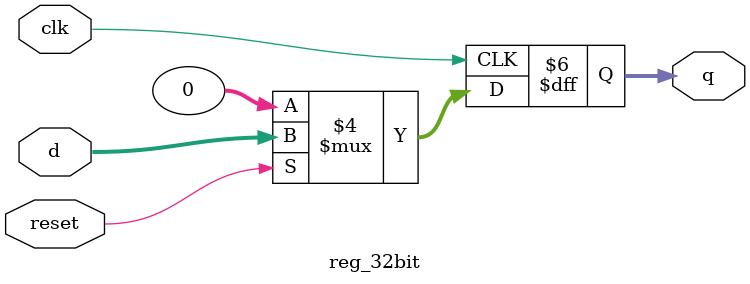
<source format=v>
module d_ff (q, d, clk, reset);
	input clk, reset, d;
	output  q;
	reg  q;
	
	always@(posedge clk)
	begin
		if(!reset) q <= 1'b0;
		else q <= d;
	end
endmodule

module reg_32bit(q, d, clk, reset);
	input [31:0] d;
	input clk, reset;
	output [31:0] q;
	reg [31:0] q;
	
	always@ (posedge clk)
	begin
		if(!reset) q <= 32'h0000_0000;
		else q <= d;
	end
endmodule

/*
module tb32reg;
	reg [31:0] d;
	reg clk, reset;
	wire [31:0] q;
	
	reg_32bit R (q, d, clk, reset);
	
	always@ (clk)
	#5 clk <= ~clk;
	initial
	begin
	$dumpfile("register.vcd");
	$dumpvars(0, tb32reg);
	clk = 1'b1;
	reset = 1'b0; 
	#20 reset = 1'b1;
	#20 d = 32'hAFAFAFAF;
	#20 reset = 1'b0;
	#20 reset = 1'b1;
	#200 $finish;
	end
	endmodule
*/
</source>
